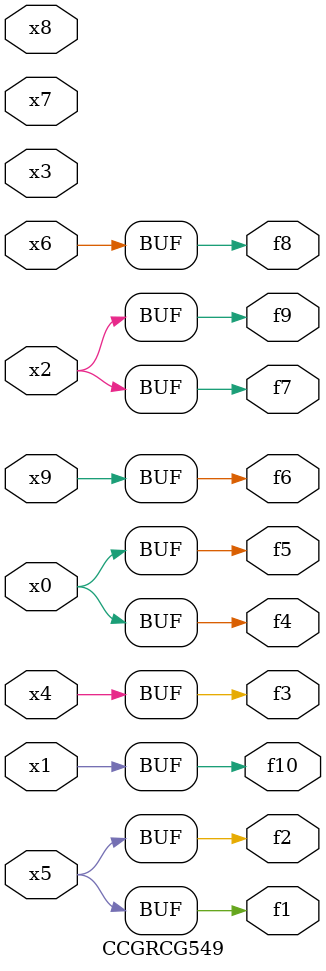
<source format=v>
module CCGRCG549(
	input x0, x1, x2, x3, x4, x5, x6, x7, x8, x9,
	output f1, f2, f3, f4, f5, f6, f7, f8, f9, f10
);
	assign f1 = x5;
	assign f2 = x5;
	assign f3 = x4;
	assign f4 = x0;
	assign f5 = x0;
	assign f6 = x9;
	assign f7 = x2;
	assign f8 = x6;
	assign f9 = x2;
	assign f10 = x1;
endmodule

</source>
